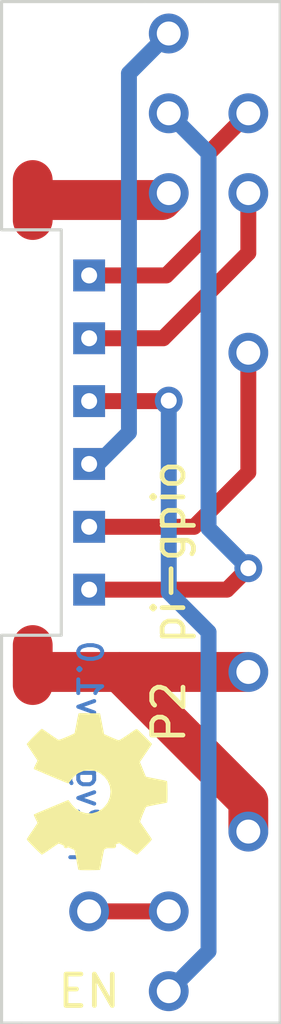
<source format=kicad_pcb>
(kicad_pcb (version 4) (host pcbnew 4.0.4-stable)

  (general
    (links 10)
    (no_connects 0)
    (area 201.625999 123.901999 210.693002 156.577)
    (thickness 1.6)
    (drawings 16)
    (tracks 39)
    (zones 0)
    (modules 4)
    (nets 10)
  )

  (page A3)
  (layers
    (0 F.Cu signal)
    (31 B.Cu signal)
    (32 B.Adhes user hide)
    (33 F.Adhes user hide)
    (34 B.Paste user hide)
    (35 F.Paste user hide)
    (36 B.SilkS user)
    (37 F.SilkS user)
    (38 B.Mask user)
    (39 F.Mask user)
    (40 Dwgs.User user)
    (41 Cmts.User user)
    (42 Eco1.User user)
    (43 Eco2.User user)
    (44 Edge.Cuts user)
  )

  (setup
    (last_trace_width 0.508)
    (user_trace_width 1.27)
    (trace_clearance 0.254)
    (zone_clearance 0.508)
    (zone_45_only no)
    (trace_min 0.254)
    (segment_width 0.2)
    (edge_width 0.1)
    (via_size 0.889)
    (via_drill 0.508)
    (via_min_size 0.889)
    (via_min_drill 0.508)
    (uvia_size 0.508)
    (uvia_drill 0.127)
    (uvias_allowed no)
    (uvia_min_size 0.508)
    (uvia_min_drill 0.127)
    (pcb_text_width 0.3)
    (pcb_text_size 1.5 1.5)
    (mod_edge_width 0.15)
    (mod_text_size 1 1)
    (mod_text_width 0.15)
    (pad_size 1.45796 1.4986)
    (pad_drill 0)
    (pad_to_mask_clearance 0)
    (aux_axis_origin 0 0)
    (visible_elements 7FFF69E9)
    (pcbplotparams
      (layerselection 0x010f0_80000001)
      (usegerberextensions true)
      (usegerberattributes true)
      (excludeedgelayer true)
      (linewidth 0.150000)
      (plotframeref false)
      (viasonmask true)
      (mode 1)
      (useauxorigin false)
      (hpglpennumber 1)
      (hpglpenspeed 20)
      (hpglpendiameter 15)
      (hpglpenoverlay 2)
      (psnegative false)
      (psa4output false)
      (plotreference false)
      (plotvalue false)
      (plotinvisibletext false)
      (padsonsilk false)
      (subtractmaskfromsilk false)
      (outputformat 1)
      (mirror false)
      (drillshape 0)
      (scaleselection 1)
      (outputdirectory gerbers/))
  )

  (net 0 "")
  (net 1 N-000001)
  (net 2 N-000002)
  (net 3 N-000003)
  (net 4 N-000004)
  (net 5 N-000005)
  (net 6 N-000006)
  (net 7 N-000007)
  (net 8 N-000008)
  (net 9 N-000009)

  (net_class Default "This is the default net class."
    (clearance 0.254)
    (trace_width 0.508)
    (via_dia 0.889)
    (via_drill 0.508)
    (uvia_dia 0.508)
    (uvia_drill 0.127)
    (add_net N-000001)
    (add_net N-000002)
    (add_net N-000003)
    (add_net N-000004)
    (add_net N-000005)
    (add_net N-000006)
    (add_net N-000007)
    (add_net N-000008)
    (add_net N-000009)
  )

  (module ESP-12-F (layer F.Cu) (tedit 58C75006) (tstamp 57296AC0)
    (at 204.47 137.668)
    (path /576B3A1E)
    (fp_text reference U1 (at -1.27 3.81 90) (layer F.SilkS) hide
      (effects (font (size 1 1) (thickness 0.15)))
    )
    (fp_text value ESP-12F (at -1.27 -1.27 90) (layer F.SilkS) hide
      (effects (font (size 1 1) (thickness 0.15)))
    )
    (pad 12 thru_hole rect (at 0 1) (size 1.016 1.016) (drill 0.508) (layers *.Cu *.Mask)
      (net 6 N-000006))
    (pad 11 thru_hole rect (at 0 -1) (size 1.016 1.016) (drill 0.508) (layers *.Cu *.Mask)
      (net 2 N-000002))
    (pad 13 thru_hole rect (at 0 3) (size 1.016 1.016) (drill 0.508) (layers *.Cu *.Mask)
      (net 7 N-000007))
    (pad 10 thru_hole rect (at 0 -3) (size 1.016 1.016) (drill 0.508) (layers *.Cu *.Mask)
      (net 4 N-000004))
    (pad 14 thru_hole rect (at 0 5) (size 1.016 1.016) (drill 0.508) (layers *.Cu *.Mask)
      (net 5 N-000005))
    (pad 9 thru_hole rect (at 0 -5) (size 1.016 1.016) (drill 0.508) (layers *.Cu *.Mask)
      (net 3 N-000003))
    (pad 8 smd oval (at -1.8 -7.4) (size 1.27 2.54) (layers F.Cu F.Paste F.Mask)
      (net 9 N-000009))
    (pad 15 smd oval (at -1.8 7.4) (size 1.27 2.54) (layers F.Cu F.Paste F.Mask)
      (net 8 N-000008))
  )

  (module TP (layer F.Cu) (tedit 572973A6) (tstamp 57297154)
    (at 204.47 152.908)
    (path /576B39A7)
    (fp_text reference P1 (at 0 -2.54) (layer F.SilkS)
      (effects (font (size 1 1) (thickness 0.15)))
    )
    (fp_text value EN (at 0 2.54) (layer F.SilkS)
      (effects (font (size 1 1) (thickness 0.15)))
    )
    (pad 1 thru_hole circle (at 0 0) (size 1.27 1.27) (drill 0.762) (layers *.Cu *.Mask)
      (net 1 N-000001))
  )

  (module pi-gpio (layer F.Cu) (tedit 57297305) (tstamp 5729662F)
    (at 207.01 130.048)
    (path /576B392F)
    (fp_text reference P2 (at 0 16.51 90) (layer F.SilkS)
      (effects (font (size 1 1) (thickness 0.15)))
    )
    (fp_text value pi-gpio (at 0 11.43 90) (layer F.SilkS)
      (effects (font (size 1 1) (thickness 0.15)))
    )
    (pad 18 thru_hole circle (at 2.54 0) (size 1.27 1.27) (drill 0.762) (layers *.Cu *.Mask)
      (net 4 N-000004))
    (pad 16 thru_hole circle (at 2.54 -2.54) (size 1.27 1.27) (drill 0.762) (layers *.Cu *.Mask)
      (net 3 N-000003))
    (pad 15 thru_hole circle (at 0 -2.54) (size 1.27 1.27) (drill 0.762) (layers *.Cu *.Mask)
      (net 5 N-000005))
    (pad 17 thru_hole circle (at 0 0) (size 1.27 1.27) (drill 0.762) (layers *.Cu *.Mask)
      (net 9 N-000009))
    (pad 13 thru_hole circle (at 0 -5.08) (size 1.27 1.27) (drill 0.762) (layers *.Cu *.Mask)
      (net 6 N-000006))
    (pad 22 thru_hole circle (at 2.54 5.08) (size 1.27 1.27) (drill 0.762) (layers *.Cu *.Mask)
      (net 7 N-000007))
    (pad 37 thru_hole circle (at 0 25.4) (size 1.27 1.27) (drill 0.762) (layers *.Cu *.Mask)
      (net 2 N-000002))
    (pad 34 thru_hole circle (at 2.54 20.32) (size 1.27 1.27) (drill 0.762) (layers *.Cu *.Mask)
      (net 8 N-000008))
    (pad 30 thru_hole circle (at 2.54 15.24) (size 1.27 1.27) (drill 0.762) (layers *.Cu *.Mask)
      (net 8 N-000008))
    (pad 35 thru_hole circle (at 0 22.86) (size 1.27 1.27) (drill 0.762) (layers *.Cu *.Mask)
      (net 1 N-000001))
  )

  (module OSH-5mm_silkscreen-front_5mm (layer F.Cu) (tedit 0) (tstamp 572AEF77)
    (at 204.724 149.098 270)
    (fp_text reference G*** (at 0 2.65176 270) (layer F.SilkS) hide
      (effects (font (size 0.22606 0.22606) (thickness 0.04318)))
    )
    (fp_text value OSH-5mm_silkscreen-front_5mm (at 0 -2.65176 270) (layer F.SilkS) hide
      (effects (font (size 0.22606 0.22606) (thickness 0.04318)))
    )
    (fp_poly (pts (xy -1.51384 2.24536) (xy -1.48844 2.23012) (xy -1.43002 2.19456) (xy -1.3462 2.13868)
      (xy -1.24714 2.07264) (xy -1.14808 2.0066) (xy -1.0668 1.95326) (xy -1.01092 1.91516)
      (xy -0.98552 1.90246) (xy -0.97282 1.90754) (xy -0.9271 1.9304) (xy -0.85852 1.96596)
      (xy -0.81788 1.98628) (xy -0.75692 2.01168) (xy -0.7239 2.0193) (xy -0.71882 2.00914)
      (xy -0.69596 1.96088) (xy -0.6604 1.8796) (xy -0.61468 1.77038) (xy -0.5588 1.64338)
      (xy -0.50292 1.50876) (xy -0.4445 1.36906) (xy -0.38862 1.23444) (xy -0.34036 1.11506)
      (xy -0.29972 1.01854) (xy -0.27432 0.94996) (xy -0.26416 0.92202) (xy -0.2667 0.9144)
      (xy -0.29972 0.88392) (xy -0.35306 0.84328) (xy -0.47244 0.74676) (xy -0.58928 0.60198)
      (xy -0.6604 0.43688) (xy -0.68326 0.25146) (xy -0.66294 0.08128) (xy -0.5969 -0.08128)
      (xy -0.4826 -0.2286) (xy -0.3429 -0.33782) (xy -0.18034 -0.4064) (xy 0 -0.42926)
      (xy 0.17272 -0.40894) (xy 0.34036 -0.3429) (xy 0.48768 -0.23114) (xy 0.55118 -0.16002)
      (xy 0.63754 -0.01016) (xy 0.6858 0.14732) (xy 0.69088 0.18796) (xy 0.68326 0.36322)
      (xy 0.63246 0.5334) (xy 0.53848 0.68326) (xy 0.40894 0.80772) (xy 0.3937 0.81788)
      (xy 0.33528 0.8636) (xy 0.29464 0.89408) (xy 0.26416 0.91948) (xy 0.48768 1.45796)
      (xy 0.52324 1.54178) (xy 0.5842 1.6891) (xy 0.63754 1.8161) (xy 0.68072 1.9177)
      (xy 0.7112 1.98374) (xy 0.7239 2.01168) (xy 0.7239 2.01422) (xy 0.74422 2.01676)
      (xy 0.78486 2.00152) (xy 0.86106 1.96596) (xy 0.90932 1.94056) (xy 0.96774 1.91262)
      (xy 0.99314 1.90246) (xy 1.016 1.91516) (xy 1.06934 1.95072) (xy 1.15062 2.00406)
      (xy 1.24714 2.06756) (xy 1.33858 2.13106) (xy 1.4224 2.18694) (xy 1.48336 2.22504)
      (xy 1.51384 2.24282) (xy 1.51892 2.24282) (xy 1.54432 2.22758) (xy 1.59258 2.18694)
      (xy 1.66624 2.11836) (xy 1.77038 2.01422) (xy 1.78562 1.99898) (xy 1.87198 1.91262)
      (xy 1.94056 1.83896) (xy 1.98628 1.78816) (xy 2.00406 1.7653) (xy 2.00406 1.7653)
      (xy 1.98882 1.73482) (xy 1.95072 1.67386) (xy 1.89484 1.5875) (xy 1.82626 1.48844)
      (xy 1.64846 1.22936) (xy 1.74498 0.98552) (xy 1.77546 0.90932) (xy 1.81356 0.82042)
      (xy 1.8415 0.75438) (xy 1.85674 0.72644) (xy 1.88214 0.71628) (xy 1.95072 0.70104)
      (xy 2.04724 0.68072) (xy 2.16154 0.6604) (xy 2.2733 0.64008) (xy 2.37236 0.61976)
      (xy 2.44348 0.60706) (xy 2.4765 0.59944) (xy 2.48412 0.59436) (xy 2.49174 0.57912)
      (xy 2.49428 0.5461) (xy 2.49682 0.48514) (xy 2.49936 0.39116) (xy 2.49936 0.25146)
      (xy 2.49936 0.23622) (xy 2.49682 0.10668) (xy 2.49428 0) (xy 2.49174 -0.06604)
      (xy 2.48666 -0.09398) (xy 2.48666 -0.09398) (xy 2.45618 -0.1016) (xy 2.38506 -0.11684)
      (xy 2.286 -0.13462) (xy 2.16662 -0.15748) (xy 2.159 -0.16002) (xy 2.04216 -0.18288)
      (xy 1.9431 -0.2032) (xy 1.87198 -0.21844) (xy 1.84404 -0.2286) (xy 1.83642 -0.23622)
      (xy 1.81356 -0.28194) (xy 1.78054 -0.3556) (xy 1.7399 -0.4445) (xy 1.7018 -0.53848)
      (xy 1.66878 -0.6223) (xy 1.64592 -0.68326) (xy 1.6383 -0.7112) (xy 1.64084 -0.71374)
      (xy 1.65862 -0.74168) (xy 1.69926 -0.80264) (xy 1.75514 -0.88646) (xy 1.82372 -0.98806)
      (xy 1.8288 -0.99568) (xy 1.89738 -1.09474) (xy 1.95326 -1.1811) (xy 1.98882 -1.23952)
      (xy 2.00406 -1.26746) (xy 2.00406 -1.27) (xy 1.9812 -1.30048) (xy 1.9304 -1.35636)
      (xy 1.85674 -1.43256) (xy 1.77038 -1.52146) (xy 1.74244 -1.54686) (xy 1.64338 -1.64338)
      (xy 1.57734 -1.70434) (xy 1.53416 -1.73736) (xy 1.51384 -1.74498) (xy 1.51384 -1.74498)
      (xy 1.48336 -1.7272) (xy 1.41986 -1.68656) (xy 1.33604 -1.62814) (xy 1.23444 -1.55956)
      (xy 1.22682 -1.55448) (xy 1.12776 -1.4859) (xy 1.04394 -1.43002) (xy 0.98552 -1.38938)
      (xy 0.95758 -1.37414) (xy 0.95504 -1.37414) (xy 0.9144 -1.38684) (xy 0.84328 -1.41224)
      (xy 0.75438 -1.44526) (xy 0.66294 -1.48336) (xy 0.57912 -1.51892) (xy 0.51562 -1.54686)
      (xy 0.48514 -1.56464) (xy 0.48514 -1.56464) (xy 0.47498 -1.6002) (xy 0.4572 -1.6764)
      (xy 0.43688 -1.778) (xy 0.41148 -1.89992) (xy 0.40894 -1.92024) (xy 0.38608 -2.03962)
      (xy 0.3683 -2.13868) (xy 0.35306 -2.20726) (xy 0.34544 -2.2352) (xy 0.3302 -2.23774)
      (xy 0.27178 -2.24282) (xy 0.18288 -2.24536) (xy 0.07366 -2.24536) (xy -0.0381 -2.24536)
      (xy -0.14732 -2.24282) (xy -0.2413 -2.24028) (xy -0.30988 -2.2352) (xy -0.33782 -2.23012)
      (xy -0.33782 -2.22758) (xy -0.34798 -2.18948) (xy -0.36576 -2.11582) (xy -0.38608 -2.01168)
      (xy -0.40894 -1.88976) (xy -0.41402 -1.8669) (xy -0.43688 -1.75006) (xy -0.4572 -1.651)
      (xy -0.4699 -1.58496) (xy -0.47752 -1.55702) (xy -0.49022 -1.55194) (xy -0.53848 -1.53162)
      (xy -0.61722 -1.4986) (xy -0.71628 -1.45796) (xy -0.94488 -1.36652) (xy -1.22682 -1.55702)
      (xy -1.25222 -1.5748) (xy -1.35382 -1.64338) (xy -1.4351 -1.69926) (xy -1.49352 -1.73736)
      (xy -1.51638 -1.75006) (xy -1.51892 -1.75006) (xy -1.54686 -1.72466) (xy -1.60274 -1.67132)
      (xy -1.67894 -1.59766) (xy -1.76784 -1.5113) (xy -1.83134 -1.44526) (xy -1.91008 -1.36652)
      (xy -1.95834 -1.31318) (xy -1.98628 -1.28016) (xy -1.9939 -1.25984) (xy -1.99136 -1.2446)
      (xy -1.97358 -1.21666) (xy -1.93294 -1.1557) (xy -1.87452 -1.06934) (xy -1.80594 -0.97028)
      (xy -1.75006 -0.88646) (xy -1.6891 -0.79248) (xy -1.651 -0.72644) (xy -1.63576 -0.69342)
      (xy -1.64084 -0.68072) (xy -1.65862 -0.62484) (xy -1.69418 -0.54102) (xy -1.73482 -0.44196)
      (xy -1.83388 -0.22098) (xy -1.97866 -0.19304) (xy -2.06756 -0.17526) (xy -2.18948 -0.1524)
      (xy -2.30886 -0.12954) (xy -2.49174 -0.09398) (xy -2.49936 0.58166) (xy -2.47142 0.59436)
      (xy -2.44348 0.60198) (xy -2.3749 0.61722) (xy -2.27838 0.63754) (xy -2.16154 0.65786)
      (xy -2.06502 0.67564) (xy -1.96596 0.69596) (xy -1.89484 0.70866) (xy -1.86436 0.71628)
      (xy -1.8542 0.72644) (xy -1.83134 0.7747) (xy -1.79578 0.8509) (xy -1.75514 0.94234)
      (xy -1.71704 1.03632) (xy -1.68148 1.12522) (xy -1.65862 1.19126) (xy -1.64846 1.22428)
      (xy -1.66116 1.25222) (xy -1.69926 1.31064) (xy -1.7526 1.39192) (xy -1.82118 1.49098)
      (xy -1.88722 1.5875) (xy -1.94564 1.67132) (xy -1.98374 1.73228) (xy -2.00152 1.76022)
      (xy -1.99136 1.778) (xy -1.95326 1.82626) (xy -1.8796 1.90246) (xy -1.76784 2.01168)
      (xy -1.75006 2.02946) (xy -1.6637 2.11328) (xy -1.59004 2.18186) (xy -1.5367 2.22758)
      (xy -1.51384 2.24536)) (layer F.SilkS) (width 0.00254))
  )

  (gr_text pi2vga-v1.0 (at 204.47 147.828 270) (layer B.Cu)
    (effects (font (size 0.762 0.762) (thickness 0.127)) (justify mirror))
  )
  (gr_line (start 201.676 144.1196) (end 201.676 145.034) (angle 90) (layer Edge.Cuts) (width 0.1) (tstamp 572978BC))
  (gr_line (start 201.676 131.2164) (end 201.676 123.952) (angle 90) (layer Edge.Cuts) (width 0.1) (tstamp 572978B9))
  (gr_line (start 203.581 144.1196) (end 203.581 143.256) (angle 90) (layer Edge.Cuts) (width 0.1) (tstamp 572978C0))
  (gr_line (start 201.676 144.1196) (end 203.581 144.1196) (angle 90) (layer Edge.Cuts) (width 0.1))
  (gr_line (start 203.581 131.2164) (end 203.581 132.08) (angle 90) (layer Edge.Cuts) (width 0.1))
  (gr_line (start 201.676 131.2164) (end 203.581 131.2164) (angle 90) (layer Edge.Cuts) (width 0.1))
  (gr_line (start 203.581 132.08) (end 203.581 143.256) (angle 90) (layer Edge.Cuts) (width 0.1))
  (gr_line (start 201.676 123.952) (end 206.248 123.952) (angle 90) (layer Edge.Cuts) (width 0.1))
  (gr_line (start 201.676 156.464) (end 202.311 156.464) (angle 90) (layer Edge.Cuts) (width 0.1))
  (gr_line (start 201.676 145.034) (end 201.676 156.464) (angle 90) (layer Edge.Cuts) (width 0.1))
  (gr_line (start 210.566 156.464) (end 202.311 156.464) (angle 90) (layer Edge.Cuts) (width 0.1))
  (gr_line (start 210.566 128.143) (end 210.566 156.464) (angle 90) (layer Edge.Cuts) (width 0.1))
  (gr_line (start 210.566 123.952) (end 210.566 128.143) (angle 90) (layer Edge.Cuts) (width 0.1))
  (gr_line (start 208.153 123.952) (end 210.566 123.952) (angle 90) (layer Edge.Cuts) (width 0.1))
  (gr_line (start 206.248 123.952) (end 208.153 123.952) (angle 90) (layer Edge.Cuts) (width 0.1))

  (segment (start 204.47 152.908) (end 207.01 152.908) (width 0.508) (layer F.Cu) (net 1))
  (segment (start 207.01 155.448) (end 208.28 154.178) (width 0.508) (layer B.Cu) (net 2))
  (segment (start 207.01 140.208) (end 207.01 141.478) (width 0.508) (layer B.Cu) (net 2) (tstamp 57296CDC))
  (segment (start 207.01 136.652) (end 207.01 140.208) (width 0.508) (layer B.Cu) (net 2) (tstamp 57296CDB))
  (via (at 207.01 136.652) (size 0.889) (layers F.Cu B.Cu) (net 2))
  (segment (start 206.994 136.668) (end 207.01 136.652) (width 0.508) (layer F.Cu) (net 2) (tstamp 57296CD0))
  (segment (start 206.994 136.668) (end 204.47 136.668) (width 0.508) (layer F.Cu) (net 2))
  (segment (start 207.01 142.748) (end 207.01 141.478) (width 0.508) (layer B.Cu) (net 2) (tstamp 57296DD6))
  (segment (start 208.28 144.018) (end 207.01 142.748) (width 0.508) (layer B.Cu) (net 2) (tstamp 57296DD3))
  (segment (start 208.28 154.178) (end 208.28 144.018) (width 0.508) (layer B.Cu) (net 2) (tstamp 57296DD2))
  (segment (start 209.55 127.508) (end 208.28 128.778) (width 0.508) (layer F.Cu) (net 3))
  (segment (start 206.93 132.668) (end 204.47 132.668) (width 0.508) (layer F.Cu) (net 3) (tstamp 57296C34))
  (segment (start 208.28 131.318) (end 206.93 132.668) (width 0.508) (layer F.Cu) (net 3) (tstamp 57296C2F))
  (segment (start 208.28 130.683) (end 208.28 131.318) (width 0.508) (layer F.Cu) (net 3) (tstamp 57296C2D))
  (segment (start 208.28 128.778) (end 208.28 130.683) (width 0.508) (layer F.Cu) (net 3) (tstamp 57296C2C))
  (segment (start 209.55 130.048) (end 209.55 131.953) (width 0.508) (layer F.Cu) (net 4))
  (segment (start 206.835 134.668) (end 204.47 134.668) (width 0.508) (layer F.Cu) (net 4) (tstamp 57296C67))
  (segment (start 209.55 131.953) (end 206.835 134.668) (width 0.508) (layer F.Cu) (net 4) (tstamp 57296C63))
  (segment (start 208.28 140.462) (end 208.28 128.778) (width 0.508) (layer B.Cu) (net 5))
  (segment (start 208.868 142.668) (end 209.55 141.986) (width 0.508) (layer F.Cu) (net 5) (tstamp 57296D43))
  (via (at 209.55 141.986) (size 0.889) (layers F.Cu B.Cu) (net 5))
  (segment (start 209.55 141.986) (end 208.28 140.716) (width 0.508) (layer B.Cu) (net 5) (tstamp 57296D52))
  (segment (start 208.28 140.716) (end 208.28 140.462) (width 0.508) (layer B.Cu) (net 5) (tstamp 57296D53))
  (segment (start 204.47 142.668) (end 208.868 142.668) (width 0.508) (layer F.Cu) (net 5))
  (segment (start 208.28 128.778) (end 207.01 127.508) (width 0.508) (layer B.Cu) (net 5) (tstamp 57296DB5))
  (segment (start 207.01 124.968) (end 205.74 126.238) (width 0.508) (layer B.Cu) (net 6))
  (segment (start 204.74 138.668) (end 204.47 138.668) (width 0.508) (layer B.Cu) (net 6) (tstamp 57296E15))
  (segment (start 205.74 137.668) (end 204.74 138.668) (width 0.508) (layer B.Cu) (net 6) (tstamp 57296E14))
  (segment (start 205.74 126.238) (end 205.74 137.668) (width 0.508) (layer B.Cu) (net 6) (tstamp 57296E12))
  (segment (start 204.47 140.668) (end 207.82 140.668) (width 0.508) (layer F.Cu) (net 7))
  (segment (start 209.55 138.938) (end 209.55 135.128) (width 0.508) (layer F.Cu) (net 7) (tstamp 57296DED))
  (segment (start 207.82 140.668) (end 209.55 138.938) (width 0.508) (layer F.Cu) (net 7) (tstamp 57296DEA))
  (segment (start 209.55 150.368) (end 209.55 149.4028) (width 1.27) (layer F.Cu) (net 8))
  (segment (start 209.55 149.4028) (end 205.4352 145.288) (width 1.27) (layer F.Cu) (net 8) (tstamp 57297966))
  (segment (start 209.55 145.288) (end 205.4352 145.288) (width 1.27) (layer F.Cu) (net 8))
  (segment (start 205.4352 145.288) (end 202.89 145.288) (width 1.27) (layer F.Cu) (net 8) (tstamp 57297969))
  (segment (start 202.89 145.288) (end 202.67 145.068) (width 1.27) (layer F.Cu) (net 8) (tstamp 57297958))
  (segment (start 202.67 130.268) (end 206.79 130.268) (width 1.27) (layer F.Cu) (net 9))
  (segment (start 206.79 130.268) (end 207.01 130.048) (width 1.27) (layer F.Cu) (net 9) (tstamp 57296F66))

)

</source>
